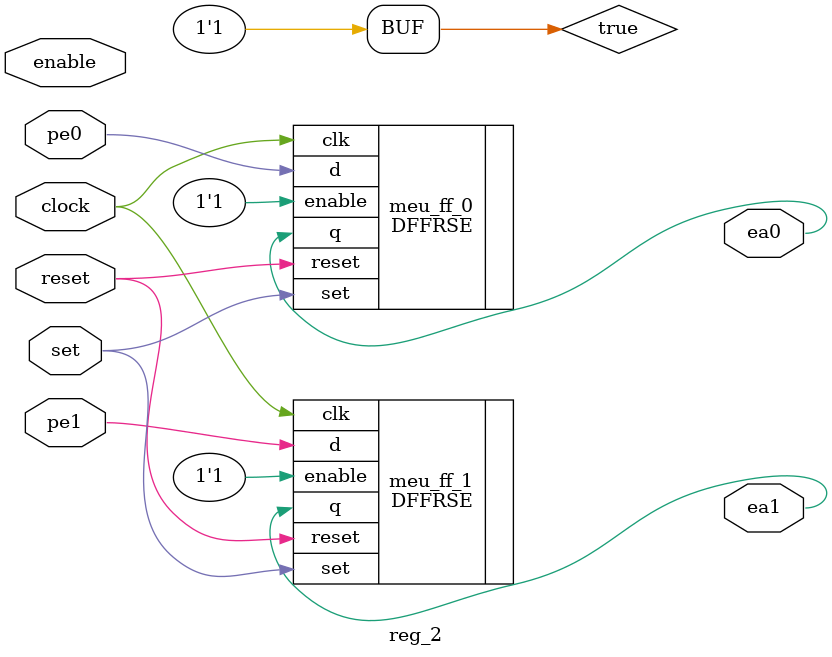
<source format=v>
module reg_2 (
input	pe0,
input   pe1,
input	clock,
input	reset,
input	set,
input   enable,
output  ea0,
output	ea1);

wire neble,true;
not(neble,enable);
or(true,neble,enable);

    DFFRSE meu_ff_0		(	.q(ea0), 
							.d(pe0), 
							.clk(clock), 
							.reset(reset),
							.set(set), 
							.enable(true));
    
    DFFRSE meu_ff_1		(	.q(ea1), 
							.d(pe1), 
							.clk(clock), 
							.reset(reset),
							.set(set), 
							.enable(true));


endmodule
</source>
